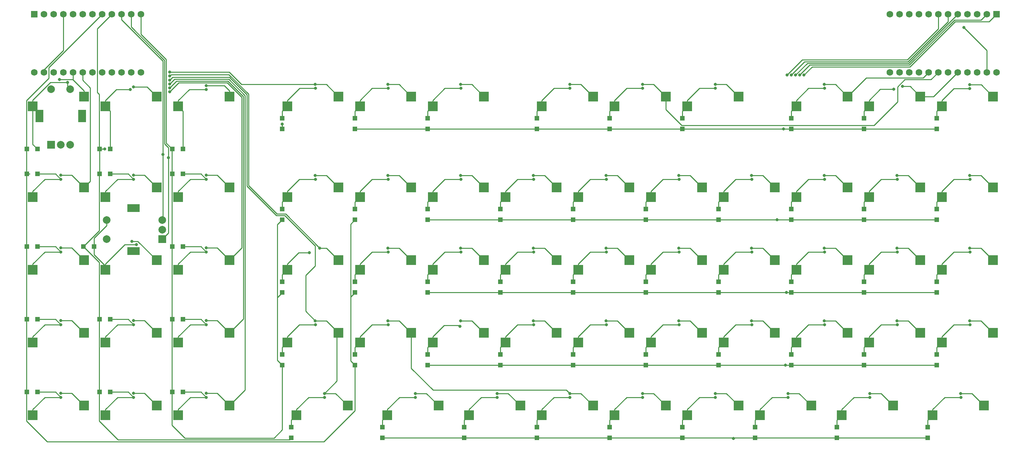
<source format=gbl>
G04 #@! TF.GenerationSoftware,KiCad,Pcbnew,(5.1.10)-1*
G04 #@! TF.CreationDate,2022-01-11T02:36:13-06:00*
G04 #@! TF.ProjectId,O'Shambles,4f275368-616d-4626-9c65-732e6b696361,rev?*
G04 #@! TF.SameCoordinates,Original*
G04 #@! TF.FileFunction,Copper,L2,Bot*
G04 #@! TF.FilePolarity,Positive*
%FSLAX46Y46*%
G04 Gerber Fmt 4.6, Leading zero omitted, Abs format (unit mm)*
G04 Created by KiCad (PCBNEW (5.1.10)-1) date 2022-01-11 02:36:13*
%MOMM*%
%LPD*%
G01*
G04 APERTURE LIST*
G04 #@! TA.AperFunction,ComponentPad*
%ADD10R,2.000000X2.000000*%
G04 #@! TD*
G04 #@! TA.AperFunction,ComponentPad*
%ADD11C,2.000000*%
G04 #@! TD*
G04 #@! TA.AperFunction,WasherPad*
%ADD12R,2.000000X3.200000*%
G04 #@! TD*
G04 #@! TA.AperFunction,ComponentPad*
%ADD13R,1.752600X1.752600*%
G04 #@! TD*
G04 #@! TA.AperFunction,ComponentPad*
%ADD14C,1.752600*%
G04 #@! TD*
G04 #@! TA.AperFunction,SMDPad,CuDef*
%ADD15R,2.550000X2.500000*%
G04 #@! TD*
G04 #@! TA.AperFunction,WasherPad*
%ADD16R,3.200000X2.000000*%
G04 #@! TD*
G04 #@! TA.AperFunction,SMDPad,CuDef*
%ADD17R,1.200000X1.200000*%
G04 #@! TD*
G04 #@! TA.AperFunction,ViaPad*
%ADD18C,0.800000*%
G04 #@! TD*
G04 #@! TA.AperFunction,Conductor*
%ADD19C,0.250000*%
G04 #@! TD*
G04 APERTURE END LIST*
D10*
X27050000Y-71587500D03*
D11*
X29550000Y-71587500D03*
X32050000Y-71587500D03*
D12*
X23950000Y-64087500D03*
X35150000Y-64087500D03*
D11*
X27050000Y-57087500D03*
X32050000Y-57087500D03*
D13*
X274645000Y-37417500D03*
D14*
X272105000Y-37417500D03*
X269565000Y-37417500D03*
X267025000Y-37417500D03*
X264485000Y-37417500D03*
X261945000Y-37417500D03*
X259405000Y-37417500D03*
X256865000Y-37417500D03*
X254325000Y-37417500D03*
X251785000Y-37417500D03*
X249245000Y-37417500D03*
X246705000Y-52657500D03*
X249245000Y-52657500D03*
X251785000Y-52657500D03*
X254325000Y-52657500D03*
X256865000Y-52657500D03*
X259405000Y-52657500D03*
X261945000Y-52657500D03*
X264485000Y-52657500D03*
X267025000Y-52657500D03*
X269565000Y-52657500D03*
X272105000Y-52657500D03*
X246705000Y-37417500D03*
X274645000Y-52657500D03*
X22580000Y-52657500D03*
X50520000Y-37417500D03*
X25120000Y-52657500D03*
X27660000Y-52657500D03*
X30200000Y-52657500D03*
X32740000Y-52657500D03*
X35280000Y-52657500D03*
X37820000Y-52657500D03*
X40360000Y-52657500D03*
X42900000Y-52657500D03*
X45440000Y-52657500D03*
X47980000Y-52657500D03*
X50520000Y-52657500D03*
X47980000Y-37417500D03*
X45440000Y-37417500D03*
X42900000Y-37417500D03*
X40360000Y-37417500D03*
X37820000Y-37417500D03*
X35280000Y-37417500D03*
X32740000Y-37417500D03*
X30200000Y-37417500D03*
X27660000Y-37417500D03*
X25120000Y-37417500D03*
D13*
X22580000Y-37417500D03*
D15*
X260315000Y-61547500D03*
X273765000Y-59007500D03*
X241265000Y-61547500D03*
X254715000Y-59007500D03*
X22190000Y-104410000D03*
X35640000Y-101870000D03*
D10*
X56100000Y-96355000D03*
D11*
X56100000Y-93855000D03*
X56100000Y-91355000D03*
D16*
X48600000Y-99455000D03*
X48600000Y-88255000D03*
D11*
X41600000Y-96355000D03*
X41600000Y-91355000D03*
D15*
X22190000Y-142510000D03*
X35640000Y-139970000D03*
X271383750Y-139970000D03*
X257933750Y-142510000D03*
X247571250Y-139970000D03*
X234121250Y-142510000D03*
X226140000Y-139970000D03*
X212690000Y-142510000D03*
X207090000Y-139970000D03*
X193640000Y-142510000D03*
X188040000Y-139970000D03*
X174590000Y-142510000D03*
X168990000Y-139970000D03*
X155540000Y-142510000D03*
X149940000Y-139970000D03*
X136490000Y-142510000D03*
X128508750Y-139970000D03*
X115058750Y-142510000D03*
X104696250Y-139970000D03*
X91246250Y-142510000D03*
X73740000Y-139970000D03*
X60290000Y-142510000D03*
X54690000Y-139970000D03*
X41240000Y-142510000D03*
X260315000Y-123460000D03*
X273765000Y-120920000D03*
X241265000Y-123460000D03*
X254715000Y-120920000D03*
X222215000Y-123460000D03*
X235665000Y-120920000D03*
X203165000Y-123460000D03*
X216615000Y-120920000D03*
X184115000Y-123460000D03*
X197565000Y-120920000D03*
X165065000Y-123460000D03*
X178515000Y-120920000D03*
X146015000Y-123460000D03*
X159465000Y-120920000D03*
X126965000Y-123460000D03*
X140415000Y-120920000D03*
X107915000Y-123460000D03*
X121365000Y-120920000D03*
X88865000Y-123460000D03*
X102315000Y-120920000D03*
X60290000Y-123460000D03*
X73740000Y-120920000D03*
X41240000Y-123460000D03*
X54690000Y-120920000D03*
X22190000Y-123460000D03*
X35640000Y-120920000D03*
X260315000Y-104410000D03*
X273765000Y-101870000D03*
X241265000Y-104410000D03*
X254715000Y-101870000D03*
X222215000Y-104410000D03*
X235665000Y-101870000D03*
X203165000Y-104410000D03*
X216615000Y-101870000D03*
X184115000Y-104410000D03*
X197565000Y-101870000D03*
X165065000Y-104410000D03*
X178515000Y-101870000D03*
X146015000Y-104410000D03*
X159465000Y-101870000D03*
X126965000Y-104410000D03*
X140415000Y-101870000D03*
X107915000Y-104410000D03*
X121365000Y-101870000D03*
X88865000Y-104410000D03*
X102315000Y-101870000D03*
X60290000Y-104410000D03*
X73740000Y-101870000D03*
X41240000Y-104410000D03*
X54690000Y-101870000D03*
X260315000Y-85360000D03*
X273765000Y-82820000D03*
X241265000Y-85360000D03*
X254715000Y-82820000D03*
X222215000Y-85360000D03*
X235665000Y-82820000D03*
X203165000Y-85360000D03*
X216615000Y-82820000D03*
X184115000Y-85360000D03*
X197565000Y-82820000D03*
X165065000Y-85360000D03*
X178515000Y-82820000D03*
X146015000Y-85360000D03*
X159465000Y-82820000D03*
X126965000Y-85360000D03*
X140415000Y-82820000D03*
X107915000Y-85360000D03*
X121365000Y-82820000D03*
X88865000Y-85360000D03*
X102315000Y-82820000D03*
X60290000Y-85360000D03*
X73740000Y-82820000D03*
X41240000Y-85360000D03*
X54690000Y-82820000D03*
X22190000Y-85360000D03*
X35640000Y-82820000D03*
X222215000Y-61547500D03*
X235665000Y-59007500D03*
X193640000Y-61547500D03*
X207090000Y-59007500D03*
X174590000Y-61547500D03*
X188040000Y-59007500D03*
X155540000Y-61547500D03*
X168990000Y-59007500D03*
X126965000Y-61547500D03*
X140415000Y-59007500D03*
X107915000Y-61547500D03*
X121365000Y-59007500D03*
X88865000Y-61547500D03*
X102315000Y-59007500D03*
X60290000Y-61547500D03*
X73740000Y-59007500D03*
X41240000Y-61547500D03*
X54690000Y-59007500D03*
X22190000Y-61547500D03*
X35640000Y-59007500D03*
D17*
X256643750Y-148450000D03*
X256643750Y-145650000D03*
X232831250Y-148450000D03*
X232831250Y-145650000D03*
X211400000Y-148450000D03*
X211400000Y-145650000D03*
X192350000Y-148450000D03*
X192350000Y-145650000D03*
X173300000Y-148450000D03*
X173300000Y-145650000D03*
X154250000Y-148450000D03*
X154250000Y-145650000D03*
X135200000Y-148450000D03*
X135200000Y-145650000D03*
X113768750Y-148450000D03*
X113768750Y-145650000D03*
X89956250Y-148450000D03*
X89956250Y-145650000D03*
X61525000Y-136400000D03*
X58725000Y-136400000D03*
X42475000Y-136400000D03*
X39675000Y-136400000D03*
X20625000Y-136400000D03*
X23425000Y-136400000D03*
X259025000Y-129400000D03*
X259025000Y-126600000D03*
X239975000Y-129400000D03*
X239975000Y-126600000D03*
X220925000Y-129400000D03*
X220925000Y-126600000D03*
X201875000Y-129400000D03*
X201875000Y-126600000D03*
X182825000Y-129400000D03*
X182825000Y-126600000D03*
X163775000Y-129400000D03*
X163775000Y-126600000D03*
X144725000Y-129400000D03*
X144725000Y-126600000D03*
X125675000Y-129400000D03*
X125675000Y-126600000D03*
X106625000Y-129400000D03*
X106625000Y-126600000D03*
X87575000Y-129400000D03*
X87575000Y-126600000D03*
X61525000Y-117350000D03*
X58725000Y-117350000D03*
X39675000Y-117350000D03*
X42475000Y-117350000D03*
X20625000Y-117350000D03*
X23425000Y-117350000D03*
X259025000Y-110350000D03*
X259025000Y-107550000D03*
X239975000Y-110350000D03*
X239975000Y-107550000D03*
X220925000Y-110350000D03*
X220925000Y-107550000D03*
X201875000Y-110350000D03*
X201875000Y-107550000D03*
X182825000Y-110350000D03*
X182825000Y-107550000D03*
X163775000Y-110350000D03*
X163775000Y-107550000D03*
X144725000Y-110350000D03*
X144725000Y-107550000D03*
X125675000Y-110350000D03*
X125675000Y-107550000D03*
X106625000Y-110350000D03*
X106625000Y-107550000D03*
X87575000Y-110350000D03*
X87575000Y-107550000D03*
X61525000Y-98300000D03*
X58725000Y-98300000D03*
X35500000Y-98300000D03*
X38300000Y-98300000D03*
X20625000Y-98300000D03*
X23425000Y-98300000D03*
X259025000Y-91300000D03*
X259025000Y-88500000D03*
X239975000Y-91300000D03*
X239975000Y-88500000D03*
X220925000Y-91300000D03*
X220925000Y-88500000D03*
X201875000Y-91300000D03*
X201875000Y-88500000D03*
X182825000Y-91300000D03*
X182825000Y-88500000D03*
X163775000Y-91300000D03*
X163775000Y-88500000D03*
X144725000Y-91300000D03*
X144725000Y-88500000D03*
X125675000Y-91300000D03*
X125675000Y-88500000D03*
X106625000Y-91300000D03*
X106625000Y-88500000D03*
X87575000Y-91300000D03*
X87575000Y-88500000D03*
X58725000Y-79250000D03*
X61525000Y-79250000D03*
X39675000Y-79250000D03*
X42475000Y-79250000D03*
X20625000Y-79250000D03*
X23425000Y-79250000D03*
X259025000Y-67487500D03*
X259025000Y-64687500D03*
X239975000Y-67487500D03*
X239975000Y-64687500D03*
X220925000Y-67487500D03*
X220925000Y-64687500D03*
X192350000Y-67487500D03*
X192350000Y-64687500D03*
X173300000Y-67487500D03*
X173300000Y-64687500D03*
X154250000Y-67487500D03*
X154250000Y-64687500D03*
X125675000Y-67487500D03*
X125675000Y-64687500D03*
X106625000Y-67487500D03*
X106625000Y-64687500D03*
X87575000Y-67487500D03*
X87575000Y-64687500D03*
X58725000Y-72737500D03*
X61525000Y-72737500D03*
X39675000Y-72737500D03*
X42475000Y-72737500D03*
X20625000Y-72737500D03*
X23425000Y-72737500D03*
D18*
X41062500Y-72750000D03*
X87562500Y-66187500D03*
X47718750Y-57187500D03*
X67687116Y-57130583D03*
X218874957Y-67500000D03*
X219800000Y-53382510D03*
X96252253Y-56837253D03*
X115302253Y-56837253D03*
X217150000Y-91300000D03*
X220875000Y-53382510D03*
X134352253Y-56837253D03*
X162927253Y-56837253D03*
X181977253Y-56837253D03*
X201027253Y-56837253D03*
X229602253Y-56837253D03*
X247781260Y-57093740D03*
X267656242Y-56906250D03*
X48627253Y-80649753D03*
X67677253Y-80649753D03*
X96252253Y-80649753D03*
X115302253Y-80649753D03*
X134352253Y-80649753D03*
X153402253Y-80649753D03*
X172452253Y-80649753D03*
X191502253Y-80649753D03*
X210552253Y-80649753D03*
X229602253Y-80649753D03*
X248652253Y-80649753D03*
X267702253Y-80649753D03*
X29577253Y-99699753D03*
X67677253Y-99699753D03*
X94637340Y-99912660D03*
X115302253Y-99699753D03*
X134352253Y-99699753D03*
X153402253Y-99699753D03*
X172452253Y-99699753D03*
X191502253Y-99699753D03*
X210552253Y-99699753D03*
X229602253Y-99699753D03*
X248652253Y-99699753D03*
X267702253Y-99699753D03*
X48627253Y-118749753D03*
X67677253Y-118749753D03*
X96252253Y-118749753D03*
X115302253Y-118749753D03*
X134122383Y-119200011D03*
X153402253Y-118749753D03*
X172452253Y-118749753D03*
X191502253Y-118749753D03*
X210552253Y-118749753D03*
X229602253Y-118749753D03*
X248652253Y-118749753D03*
X267702253Y-118749753D03*
X29577253Y-137799753D03*
X48627253Y-137799753D03*
X67677253Y-137799753D03*
X98633503Y-137799753D03*
X122446003Y-137799753D03*
X143877253Y-137799753D03*
X162927253Y-137799753D03*
X181977253Y-137799753D03*
X201027253Y-137799753D03*
X220077253Y-137799753D03*
X241508503Y-137799753D03*
X265321003Y-137799753D03*
X115274998Y-55837500D03*
X115274998Y-98700000D03*
X122418748Y-136800000D03*
X134324998Y-79650000D03*
X134324998Y-98700000D03*
X134324998Y-117750000D03*
X97400004Y-98700000D03*
X58125000Y-53625000D03*
X96224998Y-55837500D03*
X134324998Y-55837500D03*
X143849998Y-136800000D03*
X153374998Y-79650000D03*
X153374998Y-98700000D03*
X153374998Y-117750000D03*
X96224998Y-79650000D03*
X115274998Y-79650000D03*
X58125004Y-52593750D03*
X96224998Y-117750000D03*
X98606248Y-136800000D03*
X115274998Y-117750000D03*
X162899998Y-136800000D03*
X162899998Y-55837500D03*
X172424998Y-79650000D03*
X172424998Y-98700000D03*
X172424998Y-117750000D03*
X58125000Y-54656250D03*
X181949998Y-55837500D03*
X191474998Y-79650000D03*
X191474998Y-98700000D03*
X191474998Y-117750000D03*
X181949998Y-136800000D03*
X67676409Y-98673589D03*
X29576409Y-98673589D03*
X58125000Y-57750000D03*
X200999998Y-55837500D03*
X210524998Y-79650000D03*
X210524998Y-98700000D03*
X210524998Y-117750000D03*
X200999998Y-136800000D03*
X48626409Y-79623589D03*
X67676409Y-79623589D03*
X229574998Y-55837500D03*
X229574998Y-79650000D03*
X229574998Y-98700000D03*
X229574998Y-117750000D03*
X220049998Y-136800000D03*
X67676409Y-117723589D03*
X48626409Y-117723589D03*
X29576409Y-117723589D03*
X58125000Y-56718750D03*
X248624998Y-79650000D03*
X248624998Y-98700000D03*
X248624998Y-117750000D03*
X241481248Y-136800000D03*
X67649998Y-56131260D03*
X48593042Y-56473514D03*
X250031250Y-56343750D03*
X267674998Y-79650000D03*
X267674998Y-98700000D03*
X267674998Y-117750000D03*
X265293748Y-136800000D03*
X67676409Y-136773589D03*
X48626409Y-136773589D03*
X29576409Y-136773589D03*
X267663967Y-55906267D03*
X58125000Y-55687496D03*
X29577253Y-118749753D03*
X219600000Y-110350000D03*
X222019734Y-53382510D03*
X219400000Y-129399982D03*
X223102551Y-53382510D03*
X205750000Y-148550000D03*
X224184678Y-53382510D03*
X266085000Y-40897500D03*
X29577253Y-80649753D03*
X48206574Y-96920098D03*
X29576409Y-79623589D03*
X29250000Y-54562500D03*
X57749992Y-75000000D03*
X56290001Y-74209999D03*
X49350000Y-97800000D03*
X31312500Y-55312500D03*
D19*
X20589999Y-136364999D02*
X20625000Y-136400000D01*
X20589999Y-72772501D02*
X20589999Y-136364999D01*
X20625000Y-72737500D02*
X20589999Y-72772501D01*
X105500000Y-128275000D02*
X106625000Y-129400000D01*
X106625000Y-91300000D02*
X105500000Y-92425000D01*
X105500000Y-111500000D02*
X105500000Y-128275000D01*
X105500000Y-92425000D02*
X105500000Y-111500000D01*
X106625000Y-110375000D02*
X105500000Y-111500000D01*
X106625000Y-110350000D02*
X106625000Y-110375000D01*
X20625000Y-79250000D02*
X21437500Y-79250000D01*
X26400000Y-51377500D02*
X40360000Y-37417500D01*
X26400000Y-54227498D02*
X26400000Y-51377500D01*
X20589999Y-60037499D02*
X26400000Y-54227498D01*
X20589999Y-72702499D02*
X20589999Y-60037499D01*
X20625000Y-72737500D02*
X20589999Y-72702499D01*
X106625000Y-141275000D02*
X106625000Y-129400000D01*
X26019998Y-149450000D02*
X98450000Y-149450000D01*
X98450000Y-149450000D02*
X106625000Y-141275000D01*
X20589999Y-144020001D02*
X26019998Y-149450000D01*
X20589999Y-136435001D02*
X20589999Y-144020001D01*
X20625000Y-136400000D02*
X20589999Y-136435001D01*
X39675000Y-72737500D02*
X39675000Y-79250000D01*
X39500000Y-116900000D02*
X39700000Y-117100000D01*
X35500000Y-98300000D02*
X39639999Y-102439999D01*
X39639999Y-117314999D02*
X39675000Y-117350000D01*
X39639999Y-102439999D02*
X39639999Y-117314999D01*
X39639999Y-94160001D02*
X35500000Y-98300000D01*
X39639999Y-79285001D02*
X39639999Y-94160001D01*
X39675000Y-79250000D02*
X39639999Y-79285001D01*
X39639999Y-136364999D02*
X39675000Y-136400000D01*
X39639999Y-117385001D02*
X39639999Y-136364999D01*
X39675000Y-117350000D02*
X39639999Y-117385001D01*
X42475000Y-62782500D02*
X41240000Y-61547500D01*
X42475000Y-72737500D02*
X42475000Y-62782500D01*
X86300000Y-92575000D02*
X87575000Y-91300000D01*
X87575000Y-129400000D02*
X86300000Y-128125000D01*
X86300000Y-111700000D02*
X86300000Y-92575000D01*
X86300000Y-128125000D02*
X86300000Y-111700000D01*
X87575000Y-110425000D02*
X86300000Y-111700000D01*
X87575000Y-110350000D02*
X87575000Y-110425000D01*
X86300000Y-111700000D02*
X86300000Y-111700000D01*
X87575000Y-67487500D02*
X87550000Y-67487500D01*
X87575000Y-67487500D02*
X87575000Y-66200000D01*
X41050000Y-72737500D02*
X41062500Y-72750000D01*
X39675000Y-72737500D02*
X41050000Y-72737500D01*
X41240000Y-61547500D02*
X41240000Y-60047500D01*
X44100000Y-57187500D02*
X47718750Y-57187500D01*
X41240000Y-60047500D02*
X44100000Y-57187500D01*
X61525000Y-62782500D02*
X60290000Y-61547500D01*
X61525000Y-72737500D02*
X61525000Y-62782500D01*
X60290000Y-60065158D02*
X63224575Y-57130583D01*
X63224575Y-57130583D02*
X67687116Y-57130583D01*
X60290000Y-61547500D02*
X60290000Y-60065158D01*
X218887457Y-67487500D02*
X218874957Y-67500000D01*
X106625000Y-67487500D02*
X218862457Y-67487500D01*
X259025000Y-67487500D02*
X218887457Y-67487500D01*
X218862457Y-67487500D02*
X218874957Y-67500000D01*
X87575000Y-62837500D02*
X88865000Y-61547500D01*
X87575000Y-64687500D02*
X87575000Y-62837500D01*
X106625000Y-62837500D02*
X107915000Y-61547500D01*
X106625000Y-64687500D02*
X106625000Y-62837500D01*
X107915000Y-61547500D02*
X107915000Y-60047500D01*
X111125247Y-56837253D02*
X115302253Y-56837253D01*
X107915000Y-60047500D02*
X111125247Y-56837253D01*
X39639999Y-72702499D02*
X39675000Y-72737500D01*
X39100000Y-57917502D02*
X39639999Y-58457501D01*
X39639999Y-58457501D02*
X39639999Y-72702499D01*
X39100000Y-41217500D02*
X39100000Y-57917502D01*
X42900000Y-37417500D02*
X39100000Y-41217500D01*
X89956250Y-148450000D02*
X89456239Y-148950011D01*
X44570009Y-148950011D02*
X39639999Y-144020001D01*
X89456239Y-148950011D02*
X44570009Y-148950011D01*
X39639999Y-144020001D02*
X39639999Y-136435001D01*
X39639999Y-136435001D02*
X39675000Y-136400000D01*
X259025000Y-91300000D02*
X217150000Y-91300000D01*
X217150000Y-91300000D02*
X125675000Y-91300000D01*
X125675000Y-62837500D02*
X126965000Y-61547500D01*
X125675000Y-64687500D02*
X125675000Y-62837500D01*
X126965000Y-61547500D02*
X126965000Y-60047500D01*
X130175247Y-56837253D02*
X134352253Y-56837253D01*
X126965000Y-60047500D02*
X130175247Y-56837253D01*
X154250000Y-62837500D02*
X155540000Y-61547500D01*
X154250000Y-64687500D02*
X154250000Y-62837500D01*
X155540000Y-61547500D02*
X155540000Y-60047500D01*
X158750247Y-56837253D02*
X162927253Y-56837253D01*
X155540000Y-60047500D02*
X158750247Y-56837253D01*
X173300000Y-62837500D02*
X174590000Y-61547500D01*
X173300000Y-64687500D02*
X173300000Y-62837500D01*
X174590000Y-61547500D02*
X174590000Y-60047500D01*
X177800247Y-56837253D02*
X181977253Y-56837253D01*
X174590000Y-60047500D02*
X177800247Y-56837253D01*
X192350000Y-62837500D02*
X193640000Y-61547500D01*
X192350000Y-64687500D02*
X192350000Y-62837500D01*
X193640000Y-61547500D02*
X193640000Y-60047500D01*
X196850247Y-56837253D02*
X201027253Y-56837253D01*
X193640000Y-60047500D02*
X196850247Y-56837253D01*
X220925000Y-62837500D02*
X222215000Y-61547500D01*
X220925000Y-64687500D02*
X220925000Y-62837500D01*
X222215000Y-61547500D02*
X222215000Y-60047500D01*
X225425247Y-56837253D02*
X229602253Y-56837253D01*
X222215000Y-60047500D02*
X225425247Y-56837253D01*
X239975000Y-62837500D02*
X241265000Y-61547500D01*
X239975000Y-64687500D02*
X239975000Y-62837500D01*
X244218760Y-57093740D02*
X247781260Y-57093740D01*
X241265000Y-60047500D02*
X244218760Y-57093740D01*
X241265000Y-61547500D02*
X241265000Y-60047500D01*
X259025000Y-62837500D02*
X260315000Y-61547500D01*
X259025000Y-64687500D02*
X259025000Y-62837500D01*
X260315000Y-61547500D02*
X260315000Y-60047500D01*
X263456250Y-56906250D02*
X267656242Y-56906250D01*
X260315000Y-60047500D02*
X263456250Y-56906250D01*
X23425000Y-79250000D02*
X24000494Y-79250000D01*
X41240000Y-85360000D02*
X41240000Y-83860000D01*
X41240000Y-83860000D02*
X44450247Y-80649753D01*
X44450247Y-80649753D02*
X48627253Y-80649753D01*
X47227500Y-79250000D02*
X48627253Y-80649753D01*
X42475000Y-79250000D02*
X47227500Y-79250000D01*
X60290000Y-85360000D02*
X60290000Y-83860000D01*
X63500247Y-80649753D02*
X67677253Y-80649753D01*
X60290000Y-83860000D02*
X63500247Y-80649753D01*
X61525000Y-79250000D02*
X66277500Y-79250000D01*
X66277500Y-79250000D02*
X67677253Y-80649753D01*
X87575000Y-86650000D02*
X88865000Y-85360000D01*
X87575000Y-88500000D02*
X87575000Y-86650000D01*
X88865000Y-85360000D02*
X88865000Y-83860000D01*
X88865000Y-83860000D02*
X92075247Y-80649753D01*
X92075247Y-80649753D02*
X96252253Y-80649753D01*
X106625000Y-86650000D02*
X107915000Y-85360000D01*
X106625000Y-88500000D02*
X106625000Y-86650000D01*
X111125247Y-80649753D02*
X115302253Y-80649753D01*
X107915000Y-83860000D02*
X111125247Y-80649753D01*
X107915000Y-85360000D02*
X107915000Y-83860000D01*
X125675000Y-86650000D02*
X126965000Y-85360000D01*
X125675000Y-88500000D02*
X125675000Y-86650000D01*
X126965000Y-85360000D02*
X126965000Y-83860000D01*
X130175247Y-80649753D02*
X134352253Y-80649753D01*
X126965000Y-83860000D02*
X130175247Y-80649753D01*
X144725000Y-86650000D02*
X146015000Y-85360000D01*
X144725000Y-88500000D02*
X144725000Y-86650000D01*
X146015000Y-85360000D02*
X146015000Y-83860000D01*
X149225247Y-80649753D02*
X153402253Y-80649753D01*
X146015000Y-83860000D02*
X149225247Y-80649753D01*
X163775000Y-86650000D02*
X165065000Y-85360000D01*
X163775000Y-88500000D02*
X163775000Y-86650000D01*
X165065000Y-85360000D02*
X165065000Y-83860000D01*
X168275247Y-80649753D02*
X172452253Y-80649753D01*
X165065000Y-83860000D02*
X168275247Y-80649753D01*
X182825000Y-86650000D02*
X184115000Y-85360000D01*
X182825000Y-88500000D02*
X182825000Y-86650000D01*
X184115000Y-85360000D02*
X184115000Y-83860000D01*
X187325247Y-80649753D02*
X191502253Y-80649753D01*
X184115000Y-83860000D02*
X187325247Y-80649753D01*
X201875000Y-86650000D02*
X203165000Y-85360000D01*
X201875000Y-88500000D02*
X201875000Y-86650000D01*
X203165000Y-85360000D02*
X203165000Y-83860000D01*
X206375247Y-80649753D02*
X210552253Y-80649753D01*
X203165000Y-83860000D02*
X206375247Y-80649753D01*
X220925000Y-86650000D02*
X222215000Y-85360000D01*
X220925000Y-88500000D02*
X220925000Y-86650000D01*
X222215000Y-85360000D02*
X222215000Y-83860000D01*
X225425247Y-80649753D02*
X229602253Y-80649753D01*
X222215000Y-83860000D02*
X225425247Y-80649753D01*
X239975000Y-86650000D02*
X241265000Y-85360000D01*
X239975000Y-88500000D02*
X239975000Y-86650000D01*
X241265000Y-85360000D02*
X241265000Y-83860000D01*
X244475247Y-80649753D02*
X248652253Y-80649753D01*
X241265000Y-83860000D02*
X244475247Y-80649753D01*
X259025000Y-86650000D02*
X260315000Y-85360000D01*
X259025000Y-88500000D02*
X259025000Y-86650000D01*
X260315000Y-85360000D02*
X260315000Y-83860000D01*
X263525247Y-80649753D02*
X267702253Y-80649753D01*
X260315000Y-83860000D02*
X263525247Y-80649753D01*
X22190000Y-104410000D02*
X22190000Y-102910000D01*
X25400247Y-99699753D02*
X29577253Y-99699753D01*
X22190000Y-102910000D02*
X25400247Y-99699753D01*
X23425000Y-98300000D02*
X24000494Y-98300000D01*
X23425000Y-98300000D02*
X28177500Y-98300000D01*
X28177500Y-98300000D02*
X29577253Y-99699753D01*
X60290000Y-104410000D02*
X60290000Y-102910000D01*
X63500247Y-99699753D02*
X67677253Y-99699753D01*
X60290000Y-102910000D02*
X63500247Y-99699753D01*
X61525000Y-98300000D02*
X62100494Y-98300000D01*
X66277500Y-98300000D02*
X67677253Y-99699753D01*
X61525000Y-98300000D02*
X66277500Y-98300000D01*
X87575000Y-105700000D02*
X88865000Y-104410000D01*
X87575000Y-107550000D02*
X87575000Y-105700000D01*
X91862340Y-99912660D02*
X94637340Y-99912660D01*
X88865000Y-104410000D02*
X88865000Y-102910000D01*
X88865000Y-102910000D02*
X91862340Y-99912660D01*
X106625000Y-105700000D02*
X107915000Y-104410000D01*
X106625000Y-107550000D02*
X106625000Y-105700000D01*
X107915000Y-104410000D02*
X107915000Y-102910000D01*
X111125247Y-99699753D02*
X115302253Y-99699753D01*
X107915000Y-102910000D02*
X111125247Y-99699753D01*
X125675000Y-105700000D02*
X126965000Y-104410000D01*
X125675000Y-107550000D02*
X125675000Y-105700000D01*
X126965000Y-104410000D02*
X126965000Y-102910000D01*
X130175247Y-99699753D02*
X134352253Y-99699753D01*
X126965000Y-102910000D02*
X130175247Y-99699753D01*
X144725000Y-105700000D02*
X146015000Y-104410000D01*
X144725000Y-107550000D02*
X144725000Y-105700000D01*
X146015000Y-104410000D02*
X146015000Y-102910000D01*
X149225247Y-99699753D02*
X153402253Y-99699753D01*
X146015000Y-102910000D02*
X149225247Y-99699753D01*
X163775000Y-105700000D02*
X165065000Y-104410000D01*
X163775000Y-107550000D02*
X163775000Y-105700000D01*
X165065000Y-104410000D02*
X165065000Y-102910000D01*
X168275247Y-99699753D02*
X172452253Y-99699753D01*
X165065000Y-102910000D02*
X168275247Y-99699753D01*
X182825000Y-105700000D02*
X184115000Y-104410000D01*
X182825000Y-107550000D02*
X182825000Y-105700000D01*
X184115000Y-104410000D02*
X184115000Y-102910000D01*
X187325247Y-99699753D02*
X191502253Y-99699753D01*
X184115000Y-102910000D02*
X187325247Y-99699753D01*
X201875000Y-105700000D02*
X203165000Y-104410000D01*
X201875000Y-107550000D02*
X201875000Y-105700000D01*
X203165000Y-104410000D02*
X203165000Y-102910000D01*
X206375247Y-99699753D02*
X210552253Y-99699753D01*
X203165000Y-102910000D02*
X206375247Y-99699753D01*
X220925000Y-105700000D02*
X222215000Y-104410000D01*
X220925000Y-107550000D02*
X220925000Y-105700000D01*
X222215000Y-104410000D02*
X222215000Y-102910000D01*
X225425247Y-99699753D02*
X229602253Y-99699753D01*
X222215000Y-102910000D02*
X225425247Y-99699753D01*
X239975000Y-105700000D02*
X241265000Y-104410000D01*
X239975000Y-107550000D02*
X239975000Y-105700000D01*
X241265000Y-104410000D02*
X241265000Y-102910000D01*
X244475247Y-99699753D02*
X248652253Y-99699753D01*
X241265000Y-102910000D02*
X244475247Y-99699753D01*
X259025000Y-105700000D02*
X260315000Y-104410000D01*
X259025000Y-107550000D02*
X259025000Y-105700000D01*
X260315000Y-104410000D02*
X260315000Y-102910000D01*
X263525247Y-99699753D02*
X267702253Y-99699753D01*
X260315000Y-102910000D02*
X263525247Y-99699753D01*
X41240000Y-123460000D02*
X41240000Y-121960000D01*
X44450247Y-118749753D02*
X48627253Y-118749753D01*
X41240000Y-121960000D02*
X44450247Y-118749753D01*
X42475000Y-117350000D02*
X43050494Y-117350000D01*
X47227500Y-117350000D02*
X48627253Y-118749753D01*
X42475000Y-117350000D02*
X47227500Y-117350000D01*
X60290000Y-123460000D02*
X60290000Y-121960000D01*
X63500247Y-118749753D02*
X67677253Y-118749753D01*
X60290000Y-121960000D02*
X63500247Y-118749753D01*
X66277500Y-117350000D02*
X67677253Y-118749753D01*
X61525000Y-117350000D02*
X66277500Y-117350000D01*
X87575000Y-124750000D02*
X88865000Y-123460000D01*
X87575000Y-126600000D02*
X87575000Y-124750000D01*
X88865000Y-123460000D02*
X88865000Y-121960000D01*
X92075247Y-118749753D02*
X96252253Y-118749753D01*
X88865000Y-121960000D02*
X92075247Y-118749753D01*
X106625000Y-124750000D02*
X107915000Y-123460000D01*
X106625000Y-126600000D02*
X106625000Y-124750000D01*
X107915000Y-123460000D02*
X107915000Y-121960000D01*
X111125247Y-118749753D02*
X115302253Y-118749753D01*
X107915000Y-121960000D02*
X111125247Y-118749753D01*
X125675000Y-124750000D02*
X126965000Y-123460000D01*
X125675000Y-126600000D02*
X125675000Y-124750000D01*
X126965000Y-121960000D02*
X129999988Y-118925012D01*
X133847384Y-118925012D02*
X134122383Y-119200011D01*
X129999988Y-118925012D02*
X133847384Y-118925012D01*
X126965000Y-123460000D02*
X126965000Y-121960000D01*
X146015000Y-123460000D02*
X146015000Y-121960000D01*
X149225247Y-118749753D02*
X153402253Y-118749753D01*
X146015000Y-121960000D02*
X149225247Y-118749753D01*
X144725000Y-126600000D02*
X144725000Y-124750000D01*
X144725000Y-124750000D02*
X146015000Y-123460000D01*
X163775000Y-124750000D02*
X165065000Y-123460000D01*
X163775000Y-126600000D02*
X163775000Y-124750000D01*
X165065000Y-123460000D02*
X165065000Y-121960000D01*
X168275247Y-118749753D02*
X172452253Y-118749753D01*
X165065000Y-121960000D02*
X168275247Y-118749753D01*
X182825000Y-124750000D02*
X184115000Y-123460000D01*
X182825000Y-126600000D02*
X182825000Y-124750000D01*
X184115000Y-123460000D02*
X184115000Y-121960000D01*
X187325247Y-118749753D02*
X191502253Y-118749753D01*
X184115000Y-121960000D02*
X187325247Y-118749753D01*
X201875000Y-124750000D02*
X203165000Y-123460000D01*
X201875000Y-126600000D02*
X201875000Y-124750000D01*
X203165000Y-123460000D02*
X203165000Y-121960000D01*
X206375247Y-118749753D02*
X210552253Y-118749753D01*
X203165000Y-121960000D02*
X206375247Y-118749753D01*
X220925000Y-124750000D02*
X222215000Y-123460000D01*
X220925000Y-126600000D02*
X220925000Y-124750000D01*
X222215000Y-123460000D02*
X222215000Y-121960000D01*
X225425247Y-118749753D02*
X229602253Y-118749753D01*
X222215000Y-121960000D02*
X225425247Y-118749753D01*
X239975000Y-124750000D02*
X241265000Y-123460000D01*
X239975000Y-126600000D02*
X239975000Y-124750000D01*
X241265000Y-123460000D02*
X241265000Y-121960000D01*
X244475247Y-118749753D02*
X248652253Y-118749753D01*
X241265000Y-121960000D02*
X244475247Y-118749753D01*
X259025000Y-124750000D02*
X260315000Y-123460000D01*
X259025000Y-126600000D02*
X259025000Y-124750000D01*
X260315000Y-123460000D02*
X260315000Y-121960000D01*
X263525247Y-118749753D02*
X267702253Y-118749753D01*
X260315000Y-121960000D02*
X263525247Y-118749753D01*
X22190000Y-142510000D02*
X22190000Y-141010000D01*
X25400247Y-137799753D02*
X29577253Y-137799753D01*
X22190000Y-141010000D02*
X25400247Y-137799753D01*
X23425000Y-136400000D02*
X24000494Y-136400000D01*
X28177500Y-136400000D02*
X29577253Y-137799753D01*
X23425000Y-136400000D02*
X28177500Y-136400000D01*
X41240000Y-142510000D02*
X41240000Y-141010000D01*
X44450247Y-137799753D02*
X48627253Y-137799753D01*
X41240000Y-141010000D02*
X44450247Y-137799753D01*
X42475000Y-136400000D02*
X43050494Y-136400000D01*
X47227500Y-136400000D02*
X48627253Y-137799753D01*
X42475000Y-136400000D02*
X47227500Y-136400000D01*
X60290000Y-142510000D02*
X60290000Y-141010000D01*
X63500247Y-137799753D02*
X67677253Y-137799753D01*
X60290000Y-141010000D02*
X63500247Y-137799753D01*
X61525000Y-136400000D02*
X62100494Y-136400000D01*
X66277500Y-136400000D02*
X67677253Y-137799753D01*
X61525000Y-136400000D02*
X66277500Y-136400000D01*
X89956250Y-143800000D02*
X91246250Y-142510000D01*
X89956250Y-145650000D02*
X89956250Y-143800000D01*
X91246250Y-142510000D02*
X91246250Y-141010000D01*
X94456497Y-137799753D02*
X98633503Y-137799753D01*
X91246250Y-141010000D02*
X94456497Y-137799753D01*
X113768750Y-143800000D02*
X115058750Y-142510000D01*
X113768750Y-145650000D02*
X113768750Y-143800000D01*
X115058750Y-142510000D02*
X115058750Y-141010000D01*
X118268997Y-137799753D02*
X122446003Y-137799753D01*
X115058750Y-141010000D02*
X118268997Y-137799753D01*
X135200000Y-143800000D02*
X136490000Y-142510000D01*
X135200000Y-145650000D02*
X135200000Y-143800000D01*
X136490000Y-142510000D02*
X136490000Y-141010000D01*
X139700247Y-137799753D02*
X143877253Y-137799753D01*
X136490000Y-141010000D02*
X139700247Y-137799753D01*
X154250000Y-143800000D02*
X155540000Y-142510000D01*
X154250000Y-145650000D02*
X154250000Y-143800000D01*
X155540000Y-142510000D02*
X155540000Y-141010000D01*
X158750247Y-137799753D02*
X162927253Y-137799753D01*
X155540000Y-141010000D02*
X158750247Y-137799753D01*
X173300000Y-143800000D02*
X174590000Y-142510000D01*
X173300000Y-145650000D02*
X173300000Y-143800000D01*
X174590000Y-142510000D02*
X174590000Y-141010000D01*
X177800247Y-137799753D02*
X181977253Y-137799753D01*
X174590000Y-141010000D02*
X177800247Y-137799753D01*
X192350000Y-143800000D02*
X193640000Y-142510000D01*
X192350000Y-145650000D02*
X192350000Y-143800000D01*
X193640000Y-142510000D02*
X193640000Y-141010000D01*
X196850247Y-137799753D02*
X201027253Y-137799753D01*
X193640000Y-141010000D02*
X196850247Y-137799753D01*
X211400000Y-143800000D02*
X212690000Y-142510000D01*
X211400000Y-145650000D02*
X211400000Y-143800000D01*
X212690000Y-142510000D02*
X212690000Y-141010000D01*
X215900247Y-137799753D02*
X220077253Y-137799753D01*
X212690000Y-141010000D02*
X215900247Y-137799753D01*
X232831250Y-143800000D02*
X234121250Y-142510000D01*
X232831250Y-145650000D02*
X232831250Y-143800000D01*
X234121250Y-142510000D02*
X234121250Y-141010000D01*
X237331497Y-137799753D02*
X241508503Y-137799753D01*
X234121250Y-141010000D02*
X237331497Y-137799753D01*
X256643750Y-143800000D02*
X257933750Y-142510000D01*
X256643750Y-145650000D02*
X256643750Y-143800000D01*
X257933750Y-142510000D02*
X257933750Y-141010000D01*
X261143997Y-137799753D02*
X265321003Y-137799753D01*
X257933750Y-141010000D02*
X261143997Y-137799753D01*
X121365000Y-59007500D02*
X118195000Y-55837500D01*
X121365000Y-101870000D02*
X118195000Y-98700000D01*
X128508750Y-139970000D02*
X125338750Y-136800000D01*
X118195000Y-55837500D02*
X115274998Y-55837500D01*
X118195000Y-98700000D02*
X115274998Y-98700000D01*
X125338750Y-136800000D02*
X122418748Y-136800000D01*
X140415000Y-82820000D02*
X137245000Y-79650000D01*
X140415000Y-101870000D02*
X137245000Y-98700000D01*
X140415000Y-120920000D02*
X137245000Y-117750000D01*
X137245000Y-79650000D02*
X134324998Y-79650000D01*
X137245000Y-98700000D02*
X134324998Y-98700000D01*
X137245000Y-117750000D02*
X134324998Y-117750000D01*
X102315000Y-101870000D02*
X99145000Y-98700000D01*
X99145000Y-98700000D02*
X97400004Y-98700000D01*
X102315000Y-59007500D02*
X99145000Y-55837500D01*
X99145000Y-55837500D02*
X96224998Y-55837500D01*
X140415000Y-59007500D02*
X137245000Y-55837500D01*
X149940000Y-139970000D02*
X146770000Y-136800000D01*
X137245000Y-55837500D02*
X134324998Y-55837500D01*
X146770000Y-136800000D02*
X143849998Y-136800000D01*
X159465000Y-82820000D02*
X156295000Y-79650000D01*
X159465000Y-101870000D02*
X156295000Y-98700000D01*
X159465000Y-120920000D02*
X156295000Y-117750000D01*
X156295000Y-79650000D02*
X153374998Y-79650000D01*
X156295000Y-98700000D02*
X153374998Y-98700000D01*
X156295000Y-117750000D02*
X153374998Y-117750000D01*
X102315000Y-82820000D02*
X99145000Y-79650000D01*
X99145000Y-79650000D02*
X96224998Y-79650000D01*
X121365000Y-82820000D02*
X118195000Y-79650000D01*
X118195000Y-79650000D02*
X115274998Y-79650000D01*
X102315000Y-120920000D02*
X99145000Y-117750000D01*
X104696250Y-139970000D02*
X101526250Y-136800000D01*
X99145000Y-117750000D02*
X96224998Y-117750000D01*
X101526250Y-136800000D02*
X98606248Y-136800000D01*
X121365000Y-120920000D02*
X118195000Y-117750000D01*
X118195000Y-117750000D02*
X115274998Y-117750000D01*
X168990000Y-139970000D02*
X165820000Y-136800000D01*
X165820000Y-136800000D02*
X162899998Y-136800000D01*
X168990000Y-59007500D02*
X165820000Y-55837500D01*
X178515000Y-82820000D02*
X175345000Y-79650000D01*
X178515000Y-101870000D02*
X175345000Y-98700000D01*
X178515000Y-120920000D02*
X175345000Y-117750000D01*
X165820000Y-55837500D02*
X162899998Y-55837500D01*
X175345000Y-79650000D02*
X172424998Y-79650000D01*
X175345000Y-98700000D02*
X172424998Y-98700000D01*
X175345000Y-117750000D02*
X172424998Y-117750000D01*
X101900000Y-121335000D02*
X102315000Y-120920000D01*
X101900000Y-133506248D02*
X101900000Y-121335000D01*
X98606248Y-136800000D02*
X101900000Y-133506248D01*
X162899998Y-55837500D02*
X162937500Y-55799998D01*
X188040000Y-59007500D02*
X184870000Y-55837500D01*
X197565000Y-82820000D02*
X194395000Y-79650000D01*
X197565000Y-101870000D02*
X194395000Y-98700000D01*
X197565000Y-120920000D02*
X194395000Y-117750000D01*
X188040000Y-139970000D02*
X184870000Y-136800000D01*
X184870000Y-55837500D02*
X181949998Y-55837500D01*
X194395000Y-79650000D02*
X191474998Y-79650000D01*
X194395000Y-98700000D02*
X191474998Y-98700000D01*
X194395000Y-117750000D02*
X191474998Y-117750000D01*
X184870000Y-136800000D02*
X181949998Y-136800000D01*
X73740000Y-101870000D02*
X70543589Y-98673589D01*
X70543589Y-98673589D02*
X67676409Y-98673589D01*
X35640000Y-101870000D02*
X32443589Y-98673589D01*
X32443589Y-98673589D02*
X29576409Y-98673589D01*
X181949998Y-55837500D02*
X181968750Y-55818748D01*
X207090000Y-59007500D02*
X203920000Y-55837500D01*
X216615000Y-82820000D02*
X213445000Y-79650000D01*
X216615000Y-101870000D02*
X213445000Y-98700000D01*
X216615000Y-120920000D02*
X213445000Y-117750000D01*
X207090000Y-139970000D02*
X203920000Y-136800000D01*
X203920000Y-55837500D02*
X200999998Y-55837500D01*
X213445000Y-79650000D02*
X210524998Y-79650000D01*
X213445000Y-98700000D02*
X210524998Y-98700000D01*
X213445000Y-117750000D02*
X210524998Y-117750000D01*
X203920000Y-136800000D02*
X200999998Y-136800000D01*
X51493589Y-79623589D02*
X48626409Y-79623589D01*
X54690000Y-82820000D02*
X51493589Y-79623589D01*
X73740000Y-82820000D02*
X70543589Y-79623589D01*
X70543589Y-79623589D02*
X67676409Y-79623589D01*
X35280000Y-52657500D02*
X35280000Y-54733912D01*
X35280000Y-54733912D02*
X37240001Y-56693913D01*
X37240001Y-56693913D02*
X37240001Y-81219999D01*
X37240001Y-81219999D02*
X35640000Y-82820000D01*
X235665000Y-59007500D02*
X232495000Y-55837500D01*
X235665000Y-82820000D02*
X232495000Y-79650000D01*
X235665000Y-101870000D02*
X232495000Y-98700000D01*
X235665000Y-120920000D02*
X232495000Y-117750000D01*
X226140000Y-139970000D02*
X222970000Y-136800000D01*
X232495000Y-55837500D02*
X229574998Y-55837500D01*
X232495000Y-79650000D02*
X229574998Y-79650000D01*
X232495000Y-98700000D02*
X229574998Y-98700000D01*
X232495000Y-117750000D02*
X229574998Y-117750000D01*
X222970000Y-136800000D02*
X220049998Y-136800000D01*
X73740000Y-120920000D02*
X70543589Y-117723589D01*
X70543589Y-117723589D02*
X67676409Y-117723589D01*
X51493589Y-117723589D02*
X48626409Y-117723589D01*
X54690000Y-120920000D02*
X51493589Y-117723589D01*
X32443589Y-117723589D02*
X29576409Y-117723589D01*
X35640000Y-120920000D02*
X32443589Y-117723589D01*
X255428750Y-54093750D02*
X256865000Y-52657500D01*
X240578750Y-54093750D02*
X255428750Y-54093750D01*
X235665000Y-59007500D02*
X240578750Y-54093750D01*
X254715000Y-82820000D02*
X251545000Y-79650000D01*
X254715000Y-101870000D02*
X251545000Y-98700000D01*
X254715000Y-120920000D02*
X251545000Y-117750000D01*
X247571250Y-139970000D02*
X244401250Y-136800000D01*
X251545000Y-79650000D02*
X248624998Y-79650000D01*
X251545000Y-98700000D02*
X248624998Y-98700000D01*
X251545000Y-117750000D02*
X248624998Y-117750000D01*
X244401250Y-136800000D02*
X241481248Y-136800000D01*
X254715000Y-59007500D02*
X258135000Y-59007500D01*
X32740000Y-52657500D02*
X32493750Y-52903750D01*
X258135000Y-59007500D02*
X264485000Y-52657500D01*
X73740000Y-57507500D02*
X72363760Y-56131260D01*
X72363760Y-56131260D02*
X67649998Y-56131260D01*
X73740000Y-59007500D02*
X73740000Y-57507500D01*
X52156014Y-56473514D02*
X48593042Y-56473514D01*
X54690000Y-59007500D02*
X52156014Y-56473514D01*
X252051250Y-56343750D02*
X250031250Y-56343750D01*
X254715000Y-59007500D02*
X252051250Y-56343750D01*
X273765000Y-82820000D02*
X270595000Y-79650000D01*
X273765000Y-101870000D02*
X270595000Y-98700000D01*
X273765000Y-120920000D02*
X270595000Y-117750000D01*
X271383750Y-139970000D02*
X268213750Y-136800000D01*
X270595000Y-79650000D02*
X267674998Y-79650000D01*
X270595000Y-98700000D02*
X267674998Y-98700000D01*
X270595000Y-117750000D02*
X267674998Y-117750000D01*
X268213750Y-136800000D02*
X265293748Y-136800000D01*
X73740000Y-139970000D02*
X70543589Y-136773589D01*
X70543589Y-136773589D02*
X67676409Y-136773589D01*
X54690000Y-139970000D02*
X51493589Y-136773589D01*
X51493589Y-136773589D02*
X48626409Y-136773589D01*
X35640000Y-139970000D02*
X32443589Y-136773589D01*
X32443589Y-136773589D02*
X29576409Y-136773589D01*
X273765000Y-59007500D02*
X270663767Y-55906267D01*
X270663767Y-55906267D02*
X267663967Y-55906267D01*
X22190000Y-123460000D02*
X22190000Y-121960000D01*
X25400247Y-118749753D02*
X29577253Y-118749753D01*
X22190000Y-121960000D02*
X25400247Y-118749753D01*
X23425000Y-117350000D02*
X24000494Y-117350000D01*
X28177500Y-117350000D02*
X29577253Y-118749753D01*
X23425000Y-117350000D02*
X28177500Y-117350000D01*
X259050000Y-110350000D02*
X259100000Y-110400000D01*
X125675000Y-110350000D02*
X219600000Y-110350000D01*
X219600000Y-110350000D02*
X259025000Y-110350000D01*
X222019734Y-53363484D02*
X222019734Y-53382510D01*
X259025000Y-129400000D02*
X219350000Y-129400000D01*
X219350000Y-129400000D02*
X125675000Y-129400000D01*
X231816252Y-148450000D02*
X256643750Y-148450000D01*
X113768750Y-148450000D02*
X230000000Y-148450000D01*
X230000000Y-148450000D02*
X231816252Y-148450000D01*
X272105000Y-46917500D02*
X272105000Y-52657500D01*
X266085000Y-40897500D02*
X272105000Y-46917500D01*
X58756252Y-72768752D02*
X58725000Y-72737500D01*
X58689999Y-72835005D02*
X58756252Y-72768752D01*
X58689999Y-136364999D02*
X58689999Y-72835005D01*
X58725000Y-136400000D02*
X58689999Y-136364999D01*
X50520000Y-42645000D02*
X50520000Y-37417500D01*
X58725000Y-72737500D02*
X57190023Y-71202523D01*
X57190023Y-71202523D02*
X57190023Y-49315023D01*
X57190023Y-49315023D02*
X50520000Y-42645000D01*
X58689999Y-136435001D02*
X58725000Y-136400000D01*
X62100000Y-148500000D02*
X58689999Y-145089999D01*
X58689999Y-145089999D02*
X58689999Y-136435001D01*
X87575000Y-146325000D02*
X85400000Y-148500000D01*
X85400000Y-148500000D02*
X62100000Y-148500000D01*
X87575000Y-129400000D02*
X87575000Y-146325000D01*
X259405000Y-41251250D02*
X259405000Y-37417500D01*
X251256250Y-49400000D02*
X259405000Y-41251250D01*
X223782510Y-49400000D02*
X251256250Y-49400000D01*
X219800000Y-53382510D02*
X223782510Y-49400000D01*
X261945000Y-39347661D02*
X261945000Y-37417500D01*
X224407499Y-49850011D02*
X251442650Y-49850011D01*
X251442650Y-49850011D02*
X261945000Y-39347661D01*
X220875000Y-53382510D02*
X224407499Y-49850011D01*
X88865000Y-61547500D02*
X88865000Y-60071410D01*
X88865000Y-60071410D02*
X92099157Y-56837253D01*
X92099157Y-56837253D02*
X96252253Y-56837253D01*
X22190000Y-83860000D02*
X25400247Y-80649753D01*
X22190000Y-85360000D02*
X22190000Y-83860000D01*
X28177500Y-79250000D02*
X29577253Y-80649753D01*
X23425000Y-79250000D02*
X28177500Y-79250000D01*
X25400247Y-80649753D02*
X29577253Y-80649753D01*
X58524999Y-53225001D02*
X58125000Y-53625000D01*
X78749989Y-58352167D02*
X73622822Y-53225001D01*
X86186410Y-89750000D02*
X78749989Y-82313579D01*
X88450004Y-89750000D02*
X86186410Y-89750000D01*
X78749989Y-82313579D02*
X78749989Y-58352167D01*
X73622822Y-53225001D02*
X58524999Y-53225001D01*
X97400004Y-98700000D02*
X88450004Y-89750000D01*
X92462500Y-55837500D02*
X96224998Y-55837500D01*
X76871731Y-55837500D02*
X92462500Y-55837500D01*
X73627981Y-52593750D02*
X76871731Y-55837500D01*
X58125004Y-52593750D02*
X73627981Y-52593750D01*
X161999998Y-135900000D02*
X162899998Y-136800000D01*
X127050000Y-135900000D02*
X161999998Y-135900000D01*
X121365000Y-130215000D02*
X127050000Y-135900000D01*
X121365000Y-120920000D02*
X121365000Y-130215000D01*
X58818728Y-53962522D02*
X58125000Y-54656250D01*
X73723933Y-53962522D02*
X58818728Y-53962522D01*
X78299978Y-58538567D02*
X73723933Y-53962522D01*
X86000011Y-90200011D02*
X78299978Y-82499978D01*
X78299978Y-82499978D02*
X78299978Y-58538567D01*
X93700000Y-115225002D02*
X93700000Y-105850000D01*
X93700000Y-105850000D02*
X96150000Y-103400000D01*
X96150000Y-103400000D02*
X96150000Y-98089998D01*
X96224998Y-117750000D02*
X93700000Y-115225002D01*
X96150000Y-98089998D02*
X88260013Y-90200011D01*
X88260013Y-90200011D02*
X86000011Y-90200011D01*
X73740000Y-101870000D02*
X76949945Y-98660055D01*
X76949945Y-98660055D02*
X76949945Y-59211355D01*
X76949945Y-59211355D02*
X73144840Y-55406250D01*
X73144840Y-55406250D02*
X60468750Y-55406250D01*
X60468750Y-55406250D02*
X58125000Y-57750000D01*
X188040000Y-62390000D02*
X188040000Y-59007500D01*
X242537500Y-66562500D02*
X192212500Y-66562500D01*
X192212500Y-66562500D02*
X188040000Y-62390000D01*
X248718750Y-60381250D02*
X242537500Y-66562500D01*
X248718750Y-56489498D02*
X248718750Y-60381250D01*
X250645748Y-54562500D02*
X248718750Y-56489498D01*
X257500000Y-54562500D02*
X250645748Y-54562500D01*
X259405000Y-52657500D02*
X257500000Y-54562500D01*
X54690000Y-101870000D02*
X49740098Y-96920098D01*
X49740098Y-96920098D02*
X48206574Y-96920098D01*
X32443589Y-79623589D02*
X29576409Y-79623589D01*
X35640000Y-82820000D02*
X32443589Y-79623589D01*
X73740000Y-120920000D02*
X77399956Y-117260044D01*
X73331240Y-54956239D02*
X59887511Y-54956239D01*
X77399956Y-59024955D02*
X73331240Y-54956239D01*
X59887511Y-54956239D02*
X58125000Y-56718750D01*
X77399956Y-117260044D02*
X77399956Y-59024955D01*
X32695000Y-54562500D02*
X29250000Y-54562500D01*
X32740000Y-54517500D02*
X32695000Y-54562500D01*
X32740000Y-52657500D02*
X32740000Y-54517500D01*
X32718750Y-54562500D02*
X32695000Y-54562500D01*
X35640000Y-57483750D02*
X32718750Y-54562500D01*
X35640000Y-59007500D02*
X35640000Y-57483750D01*
X77849967Y-58724967D02*
X73568751Y-54443751D01*
X73568751Y-54443751D02*
X59368745Y-54443751D01*
X77849967Y-135860033D02*
X77849967Y-58724967D01*
X59368745Y-54443751D02*
X58125000Y-55687496D01*
X73740000Y-139970000D02*
X77849967Y-135860033D01*
X251629050Y-50300022D02*
X225102222Y-50300022D01*
X264485000Y-37444072D02*
X251629050Y-50300022D01*
X225102222Y-50300022D02*
X222019734Y-53382510D01*
X264485000Y-37417500D02*
X264485000Y-37444072D01*
X223102551Y-53382510D02*
X225735028Y-50750033D01*
X263640494Y-38924989D02*
X270597511Y-38924989D01*
X270597511Y-38924989D02*
X272105000Y-37417500D01*
X225735028Y-50750033D02*
X251815450Y-50750033D01*
X251815450Y-50750033D02*
X263640494Y-38924989D01*
X226367144Y-51200044D02*
X224184678Y-53382510D01*
X252001850Y-51200044D02*
X226367144Y-51200044D01*
X263826894Y-39375000D02*
X252001850Y-51200044D01*
X274645000Y-37417500D02*
X272687500Y-39375000D01*
X272687500Y-39375000D02*
X263826894Y-39375000D01*
X25120000Y-52021090D02*
X25120000Y-52657500D01*
X30200000Y-46941090D02*
X25120000Y-52021090D01*
X30200000Y-37417500D02*
X30200000Y-46941090D01*
X57749992Y-72399992D02*
X57749992Y-75000000D01*
X56740014Y-71390014D02*
X57749992Y-72399992D01*
X56740014Y-49501424D02*
X56740014Y-71390014D01*
X47980000Y-40741410D02*
X56740014Y-49501424D01*
X47980000Y-37417500D02*
X47980000Y-40741410D01*
X57749992Y-94703133D02*
X57749992Y-75000000D01*
X56100000Y-96353125D02*
X57749992Y-94703133D01*
X56290001Y-49687822D02*
X56290001Y-74209999D01*
X45440000Y-37417500D02*
X45440000Y-38837821D01*
X45440000Y-38837821D02*
X56290001Y-49687822D01*
X56290001Y-91164999D02*
X56100000Y-91355000D01*
X56290001Y-74209999D02*
X56290001Y-91164999D01*
X41222500Y-104410000D02*
X41240000Y-104410000D01*
X41250000Y-104382500D02*
X41222500Y-104410000D01*
X41250000Y-103400000D02*
X41250000Y-104382500D01*
X38300000Y-100450000D02*
X41250000Y-103400000D01*
X38300000Y-98300000D02*
X38300000Y-100450000D01*
X38300000Y-96136410D02*
X38300000Y-98300000D01*
X41600000Y-92836410D02*
X38300000Y-96136410D01*
X41600000Y-91353125D02*
X41600000Y-92836410D01*
X41240000Y-102910000D02*
X46350000Y-97800000D01*
X46350000Y-97800000D02*
X49350000Y-97800000D01*
X41240000Y-104410000D02*
X41240000Y-102910000D01*
X22190000Y-61547500D02*
X22190000Y-59986498D01*
X22190000Y-59986498D02*
X26863998Y-55312500D01*
X26863998Y-55312500D02*
X31312500Y-55312500D01*
X31312500Y-56350000D02*
X32050000Y-57087500D01*
X31312500Y-55312500D02*
X31312500Y-56350000D01*
X22218750Y-61576250D02*
X22190000Y-61547500D01*
X22218750Y-71531250D02*
X22218750Y-61576250D01*
X23425000Y-72737500D02*
X22218750Y-71531250D01*
M02*

</source>
